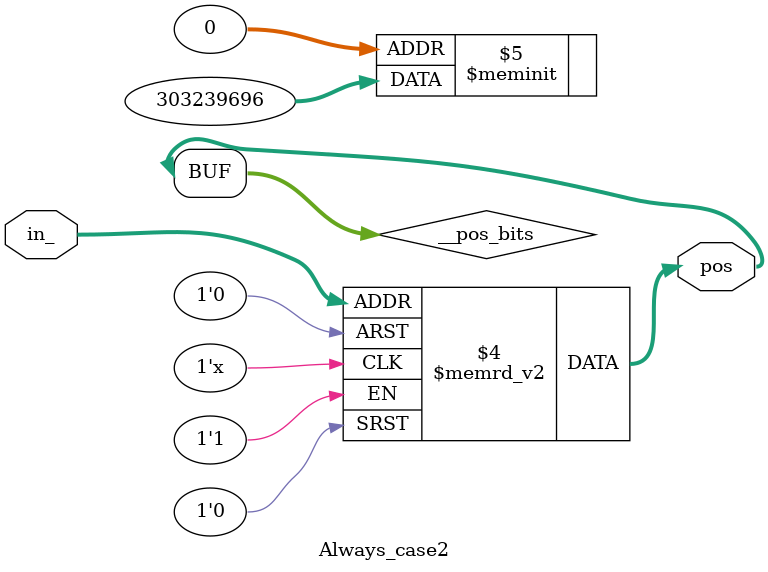
<source format=sv>
module Always_case2(
  input  wire [3:0] in_,
  output wire [1:0] pos
);

  // Variables for output ports
  logic [1:0] __pos_bits;

  // @comb update():
  always_comb begin
    unique case (in_)
      4'b0000:
        __pos_bits = 2'h0;
      4'b0001:
        __pos_bits = 2'h0;
      4'b0010:
        __pos_bits = 2'h1;
      4'b0011:
        __pos_bits = 2'h0;
      4'b0100:
        __pos_bits = 2'h2;
      4'b0101:
        __pos_bits = 2'h0;
      4'b0110:
        __pos_bits = 2'h1;
      4'b0111:
        __pos_bits = 2'h0;
      4'b1000:
        __pos_bits = 2'h3;
      4'b1001:
        __pos_bits = 2'h0;
      4'b1010:
        __pos_bits = 2'h1;
      4'b1011:
        __pos_bits = 2'h0;
      4'b1100:
        __pos_bits = 2'h2;
      4'b1101:
        __pos_bits = 2'h0;
      4'b1110:
        __pos_bits = 2'h1;
      4'b1111:
        __pos_bits = 2'h0;
    endcase
  end // always_comb

  assign pos = __pos_bits;
endmodule

</source>
